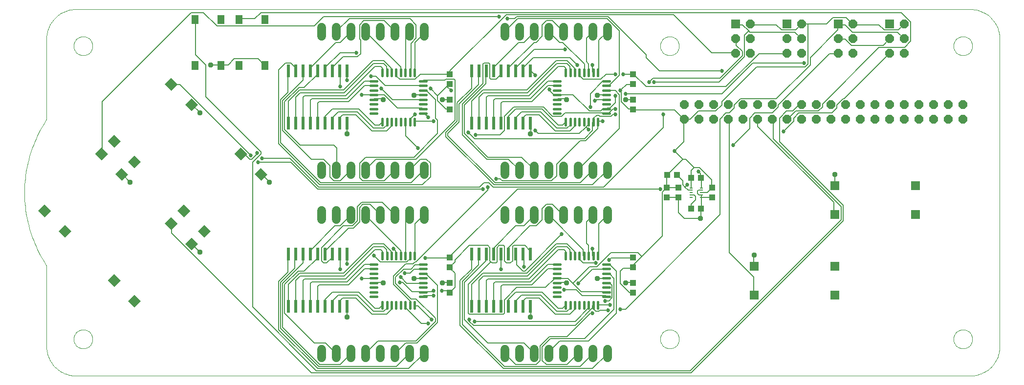
<source format=gtl>
G75*
%MOIN*%
%OFA0B0*%
%FSLAX24Y24*%
%IPPOS*%
%LPD*%
%AMOC8*
5,1,8,0,0,1.08239X$1,22.5*
%
%ADD10C,0.0000*%
%ADD11C,0.0010*%
%ADD12R,0.0610X0.0630*%
%ADD13R,0.0236X0.0089*%
%ADD14R,0.0394X0.0433*%
%ADD15R,0.0433X0.0394*%
%ADD16OC8,0.0600*%
%ADD17C,0.0160*%
%ADD18R,0.0236X0.0866*%
%ADD19R,0.0600X0.0600*%
%ADD20C,0.0591*%
%ADD21R,0.0512X0.0610*%
%ADD22C,0.0376*%
%ADD23C,0.0080*%
%ADD24C,0.0270*%
D10*
X003466Y002680D02*
X003468Y002730D01*
X003474Y002781D01*
X003484Y002830D01*
X003497Y002879D01*
X003515Y002926D01*
X003536Y002972D01*
X003561Y003016D01*
X003589Y003058D01*
X003620Y003098D01*
X003654Y003135D01*
X003691Y003169D01*
X003731Y003200D01*
X003773Y003228D01*
X003817Y003253D01*
X003863Y003274D01*
X003910Y003292D01*
X003959Y003305D01*
X004008Y003315D01*
X004059Y003321D01*
X004109Y003323D01*
X004159Y003321D01*
X004210Y003315D01*
X004259Y003305D01*
X004308Y003292D01*
X004355Y003274D01*
X004401Y003253D01*
X004445Y003228D01*
X004487Y003200D01*
X004527Y003169D01*
X004564Y003135D01*
X004598Y003098D01*
X004629Y003058D01*
X004657Y003016D01*
X004682Y002972D01*
X004703Y002926D01*
X004721Y002879D01*
X004734Y002830D01*
X004744Y002781D01*
X004750Y002730D01*
X004752Y002680D01*
X004750Y002630D01*
X004744Y002579D01*
X004734Y002530D01*
X004721Y002481D01*
X004703Y002434D01*
X004682Y002388D01*
X004657Y002344D01*
X004629Y002302D01*
X004598Y002262D01*
X004564Y002225D01*
X004527Y002191D01*
X004487Y002160D01*
X004445Y002132D01*
X004401Y002107D01*
X004355Y002086D01*
X004308Y002068D01*
X004259Y002055D01*
X004210Y002045D01*
X004159Y002039D01*
X004109Y002037D01*
X004059Y002039D01*
X004008Y002045D01*
X003959Y002055D01*
X003910Y002068D01*
X003863Y002086D01*
X003817Y002107D01*
X003773Y002132D01*
X003731Y002160D01*
X003691Y002191D01*
X003654Y002225D01*
X003620Y002262D01*
X003589Y002302D01*
X003561Y002344D01*
X003536Y002388D01*
X003515Y002434D01*
X003497Y002481D01*
X003484Y002530D01*
X003474Y002579D01*
X003468Y002630D01*
X003466Y002680D01*
X043466Y002680D02*
X043468Y002730D01*
X043474Y002781D01*
X043484Y002830D01*
X043497Y002879D01*
X043515Y002926D01*
X043536Y002972D01*
X043561Y003016D01*
X043589Y003058D01*
X043620Y003098D01*
X043654Y003135D01*
X043691Y003169D01*
X043731Y003200D01*
X043773Y003228D01*
X043817Y003253D01*
X043863Y003274D01*
X043910Y003292D01*
X043959Y003305D01*
X044008Y003315D01*
X044059Y003321D01*
X044109Y003323D01*
X044159Y003321D01*
X044210Y003315D01*
X044259Y003305D01*
X044308Y003292D01*
X044355Y003274D01*
X044401Y003253D01*
X044445Y003228D01*
X044487Y003200D01*
X044527Y003169D01*
X044564Y003135D01*
X044598Y003098D01*
X044629Y003058D01*
X044657Y003016D01*
X044682Y002972D01*
X044703Y002926D01*
X044721Y002879D01*
X044734Y002830D01*
X044744Y002781D01*
X044750Y002730D01*
X044752Y002680D01*
X044750Y002630D01*
X044744Y002579D01*
X044734Y002530D01*
X044721Y002481D01*
X044703Y002434D01*
X044682Y002388D01*
X044657Y002344D01*
X044629Y002302D01*
X044598Y002262D01*
X044564Y002225D01*
X044527Y002191D01*
X044487Y002160D01*
X044445Y002132D01*
X044401Y002107D01*
X044355Y002086D01*
X044308Y002068D01*
X044259Y002055D01*
X044210Y002045D01*
X044159Y002039D01*
X044109Y002037D01*
X044059Y002039D01*
X044008Y002045D01*
X043959Y002055D01*
X043910Y002068D01*
X043863Y002086D01*
X043817Y002107D01*
X043773Y002132D01*
X043731Y002160D01*
X043691Y002191D01*
X043654Y002225D01*
X043620Y002262D01*
X043589Y002302D01*
X043561Y002344D01*
X043536Y002388D01*
X043515Y002434D01*
X043497Y002481D01*
X043484Y002530D01*
X043474Y002579D01*
X043468Y002630D01*
X043466Y002680D01*
X063466Y002680D02*
X063468Y002730D01*
X063474Y002781D01*
X063484Y002830D01*
X063497Y002879D01*
X063515Y002926D01*
X063536Y002972D01*
X063561Y003016D01*
X063589Y003058D01*
X063620Y003098D01*
X063654Y003135D01*
X063691Y003169D01*
X063731Y003200D01*
X063773Y003228D01*
X063817Y003253D01*
X063863Y003274D01*
X063910Y003292D01*
X063959Y003305D01*
X064008Y003315D01*
X064059Y003321D01*
X064109Y003323D01*
X064159Y003321D01*
X064210Y003315D01*
X064259Y003305D01*
X064308Y003292D01*
X064355Y003274D01*
X064401Y003253D01*
X064445Y003228D01*
X064487Y003200D01*
X064527Y003169D01*
X064564Y003135D01*
X064598Y003098D01*
X064629Y003058D01*
X064657Y003016D01*
X064682Y002972D01*
X064703Y002926D01*
X064721Y002879D01*
X064734Y002830D01*
X064744Y002781D01*
X064750Y002730D01*
X064752Y002680D01*
X064750Y002630D01*
X064744Y002579D01*
X064734Y002530D01*
X064721Y002481D01*
X064703Y002434D01*
X064682Y002388D01*
X064657Y002344D01*
X064629Y002302D01*
X064598Y002262D01*
X064564Y002225D01*
X064527Y002191D01*
X064487Y002160D01*
X064445Y002132D01*
X064401Y002107D01*
X064355Y002086D01*
X064308Y002068D01*
X064259Y002055D01*
X064210Y002045D01*
X064159Y002039D01*
X064109Y002037D01*
X064059Y002039D01*
X064008Y002045D01*
X063959Y002055D01*
X063910Y002068D01*
X063863Y002086D01*
X063817Y002107D01*
X063773Y002132D01*
X063731Y002160D01*
X063691Y002191D01*
X063654Y002225D01*
X063620Y002262D01*
X063589Y002302D01*
X063561Y002344D01*
X063536Y002388D01*
X063515Y002434D01*
X063497Y002481D01*
X063484Y002530D01*
X063474Y002579D01*
X063468Y002630D01*
X063466Y002680D01*
X063466Y022680D02*
X063468Y022730D01*
X063474Y022781D01*
X063484Y022830D01*
X063497Y022879D01*
X063515Y022926D01*
X063536Y022972D01*
X063561Y023016D01*
X063589Y023058D01*
X063620Y023098D01*
X063654Y023135D01*
X063691Y023169D01*
X063731Y023200D01*
X063773Y023228D01*
X063817Y023253D01*
X063863Y023274D01*
X063910Y023292D01*
X063959Y023305D01*
X064008Y023315D01*
X064059Y023321D01*
X064109Y023323D01*
X064159Y023321D01*
X064210Y023315D01*
X064259Y023305D01*
X064308Y023292D01*
X064355Y023274D01*
X064401Y023253D01*
X064445Y023228D01*
X064487Y023200D01*
X064527Y023169D01*
X064564Y023135D01*
X064598Y023098D01*
X064629Y023058D01*
X064657Y023016D01*
X064682Y022972D01*
X064703Y022926D01*
X064721Y022879D01*
X064734Y022830D01*
X064744Y022781D01*
X064750Y022730D01*
X064752Y022680D01*
X064750Y022630D01*
X064744Y022579D01*
X064734Y022530D01*
X064721Y022481D01*
X064703Y022434D01*
X064682Y022388D01*
X064657Y022344D01*
X064629Y022302D01*
X064598Y022262D01*
X064564Y022225D01*
X064527Y022191D01*
X064487Y022160D01*
X064445Y022132D01*
X064401Y022107D01*
X064355Y022086D01*
X064308Y022068D01*
X064259Y022055D01*
X064210Y022045D01*
X064159Y022039D01*
X064109Y022037D01*
X064059Y022039D01*
X064008Y022045D01*
X063959Y022055D01*
X063910Y022068D01*
X063863Y022086D01*
X063817Y022107D01*
X063773Y022132D01*
X063731Y022160D01*
X063691Y022191D01*
X063654Y022225D01*
X063620Y022262D01*
X063589Y022302D01*
X063561Y022344D01*
X063536Y022388D01*
X063515Y022434D01*
X063497Y022481D01*
X063484Y022530D01*
X063474Y022579D01*
X063468Y022630D01*
X063466Y022680D01*
X043466Y022680D02*
X043468Y022730D01*
X043474Y022781D01*
X043484Y022830D01*
X043497Y022879D01*
X043515Y022926D01*
X043536Y022972D01*
X043561Y023016D01*
X043589Y023058D01*
X043620Y023098D01*
X043654Y023135D01*
X043691Y023169D01*
X043731Y023200D01*
X043773Y023228D01*
X043817Y023253D01*
X043863Y023274D01*
X043910Y023292D01*
X043959Y023305D01*
X044008Y023315D01*
X044059Y023321D01*
X044109Y023323D01*
X044159Y023321D01*
X044210Y023315D01*
X044259Y023305D01*
X044308Y023292D01*
X044355Y023274D01*
X044401Y023253D01*
X044445Y023228D01*
X044487Y023200D01*
X044527Y023169D01*
X044564Y023135D01*
X044598Y023098D01*
X044629Y023058D01*
X044657Y023016D01*
X044682Y022972D01*
X044703Y022926D01*
X044721Y022879D01*
X044734Y022830D01*
X044744Y022781D01*
X044750Y022730D01*
X044752Y022680D01*
X044750Y022630D01*
X044744Y022579D01*
X044734Y022530D01*
X044721Y022481D01*
X044703Y022434D01*
X044682Y022388D01*
X044657Y022344D01*
X044629Y022302D01*
X044598Y022262D01*
X044564Y022225D01*
X044527Y022191D01*
X044487Y022160D01*
X044445Y022132D01*
X044401Y022107D01*
X044355Y022086D01*
X044308Y022068D01*
X044259Y022055D01*
X044210Y022045D01*
X044159Y022039D01*
X044109Y022037D01*
X044059Y022039D01*
X044008Y022045D01*
X043959Y022055D01*
X043910Y022068D01*
X043863Y022086D01*
X043817Y022107D01*
X043773Y022132D01*
X043731Y022160D01*
X043691Y022191D01*
X043654Y022225D01*
X043620Y022262D01*
X043589Y022302D01*
X043561Y022344D01*
X043536Y022388D01*
X043515Y022434D01*
X043497Y022481D01*
X043484Y022530D01*
X043474Y022579D01*
X043468Y022630D01*
X043466Y022680D01*
X003466Y022680D02*
X003468Y022730D01*
X003474Y022781D01*
X003484Y022830D01*
X003497Y022879D01*
X003515Y022926D01*
X003536Y022972D01*
X003561Y023016D01*
X003589Y023058D01*
X003620Y023098D01*
X003654Y023135D01*
X003691Y023169D01*
X003731Y023200D01*
X003773Y023228D01*
X003817Y023253D01*
X003863Y023274D01*
X003910Y023292D01*
X003959Y023305D01*
X004008Y023315D01*
X004059Y023321D01*
X004109Y023323D01*
X004159Y023321D01*
X004210Y023315D01*
X004259Y023305D01*
X004308Y023292D01*
X004355Y023274D01*
X004401Y023253D01*
X004445Y023228D01*
X004487Y023200D01*
X004527Y023169D01*
X004564Y023135D01*
X004598Y023098D01*
X004629Y023058D01*
X004657Y023016D01*
X004682Y022972D01*
X004703Y022926D01*
X004721Y022879D01*
X004734Y022830D01*
X004744Y022781D01*
X004750Y022730D01*
X004752Y022680D01*
X004750Y022630D01*
X004744Y022579D01*
X004734Y022530D01*
X004721Y022481D01*
X004703Y022434D01*
X004682Y022388D01*
X004657Y022344D01*
X004629Y022302D01*
X004598Y022262D01*
X004564Y022225D01*
X004527Y022191D01*
X004487Y022160D01*
X004445Y022132D01*
X004401Y022107D01*
X004355Y022086D01*
X004308Y022068D01*
X004259Y022055D01*
X004210Y022045D01*
X004159Y022039D01*
X004109Y022037D01*
X004059Y022039D01*
X004008Y022045D01*
X003959Y022055D01*
X003910Y022068D01*
X003863Y022086D01*
X003817Y022107D01*
X003773Y022132D01*
X003731Y022160D01*
X003691Y022191D01*
X003654Y022225D01*
X003620Y022262D01*
X003589Y022302D01*
X003561Y022344D01*
X003536Y022388D01*
X003515Y022434D01*
X003497Y022481D01*
X003484Y022530D01*
X003474Y022579D01*
X003468Y022630D01*
X003466Y022680D01*
D11*
X003609Y000180D02*
X064609Y000180D01*
X064696Y000182D01*
X064783Y000188D01*
X064870Y000197D01*
X064956Y000210D01*
X065042Y000227D01*
X065127Y000248D01*
X065210Y000273D01*
X065293Y000301D01*
X065374Y000332D01*
X065454Y000367D01*
X065532Y000406D01*
X065609Y000448D01*
X065684Y000493D01*
X065756Y000542D01*
X065827Y000593D01*
X065895Y000648D01*
X065960Y000705D01*
X066023Y000766D01*
X066084Y000829D01*
X066141Y000894D01*
X066196Y000962D01*
X066247Y001033D01*
X066296Y001105D01*
X066341Y001180D01*
X066383Y001257D01*
X066422Y001335D01*
X066457Y001415D01*
X066488Y001496D01*
X066516Y001579D01*
X066541Y001662D01*
X066562Y001747D01*
X066579Y001833D01*
X066592Y001919D01*
X066601Y002006D01*
X066607Y002093D01*
X066609Y002180D01*
X066609Y023180D01*
X066607Y023267D01*
X066601Y023354D01*
X066592Y023441D01*
X066579Y023527D01*
X066562Y023613D01*
X066541Y023698D01*
X066516Y023781D01*
X066488Y023864D01*
X066457Y023945D01*
X066422Y024025D01*
X066383Y024103D01*
X066341Y024180D01*
X066296Y024255D01*
X066247Y024327D01*
X066196Y024398D01*
X066141Y024466D01*
X066084Y024531D01*
X066023Y024594D01*
X065960Y024655D01*
X065895Y024712D01*
X065827Y024767D01*
X065756Y024818D01*
X065684Y024867D01*
X065609Y024912D01*
X065532Y024954D01*
X065454Y024993D01*
X065374Y025028D01*
X065293Y025059D01*
X065210Y025087D01*
X065127Y025112D01*
X065042Y025133D01*
X064956Y025150D01*
X064870Y025163D01*
X064783Y025172D01*
X064696Y025178D01*
X064609Y025180D01*
X003609Y025180D01*
X003522Y025178D01*
X003435Y025172D01*
X003348Y025163D01*
X003262Y025150D01*
X003176Y025133D01*
X003091Y025112D01*
X003008Y025087D01*
X002925Y025059D01*
X002844Y025028D01*
X002764Y024993D01*
X002686Y024954D01*
X002609Y024912D01*
X002534Y024867D01*
X002462Y024818D01*
X002391Y024767D01*
X002323Y024712D01*
X002258Y024655D01*
X002195Y024594D01*
X002134Y024531D01*
X002077Y024466D01*
X002022Y024398D01*
X001971Y024327D01*
X001922Y024255D01*
X001877Y024180D01*
X001835Y024103D01*
X001796Y024025D01*
X001761Y023945D01*
X001730Y023864D01*
X001702Y023781D01*
X001677Y023698D01*
X001656Y023613D01*
X001639Y023527D01*
X001626Y023441D01*
X001617Y023354D01*
X001611Y023267D01*
X001609Y023180D01*
X001609Y017680D01*
X001388Y017310D01*
X001279Y017124D01*
X001174Y016935D01*
X001074Y016743D01*
X000979Y016549D01*
X000888Y016353D01*
X000803Y016154D01*
X000722Y015954D01*
X000645Y015751D01*
X000574Y015547D01*
X000508Y015342D01*
X000446Y015134D01*
X000390Y014926D01*
X000338Y014716D01*
X000292Y014505D01*
X000251Y014293D01*
X000214Y014079D01*
X000183Y013865D01*
X000158Y013651D01*
X000137Y013436D01*
X000121Y013220D01*
X000111Y013004D01*
X000106Y012788D01*
X000106Y012572D01*
X000111Y012356D01*
X000121Y012140D01*
X000137Y011924D01*
X000158Y011709D01*
X000183Y011495D01*
X000214Y011281D01*
X000251Y011067D01*
X000292Y010855D01*
X000338Y010644D01*
X000390Y010434D01*
X000446Y010226D01*
X000508Y010018D01*
X000574Y009813D01*
X000645Y009609D01*
X000722Y009406D01*
X000803Y009206D01*
X000888Y009007D01*
X000979Y008811D01*
X001074Y008617D01*
X001174Y008425D01*
X001279Y008236D01*
X001388Y008050D01*
X001609Y007680D01*
X001609Y002180D01*
X001611Y002093D01*
X001617Y002006D01*
X001626Y001919D01*
X001639Y001833D01*
X001656Y001747D01*
X001677Y001662D01*
X001702Y001579D01*
X001730Y001496D01*
X001761Y001415D01*
X001796Y001335D01*
X001835Y001257D01*
X001877Y001180D01*
X001922Y001105D01*
X001971Y001033D01*
X002022Y000962D01*
X002077Y000894D01*
X002134Y000829D01*
X002195Y000766D01*
X002258Y000705D01*
X002323Y000648D01*
X002391Y000593D01*
X002462Y000542D01*
X002534Y000493D01*
X002609Y000448D01*
X002686Y000406D01*
X002764Y000367D01*
X002844Y000332D01*
X002925Y000301D01*
X003008Y000273D01*
X003091Y000248D01*
X003176Y000227D01*
X003262Y000210D01*
X003348Y000197D01*
X003435Y000188D01*
X003522Y000182D01*
X003609Y000180D01*
D12*
G36*
X008051Y005285D02*
X007620Y004854D01*
X007175Y005299D01*
X007606Y005730D01*
X008051Y005285D01*
G37*
G36*
X006660Y006677D02*
X006229Y006246D01*
X005784Y006691D01*
X006215Y007122D01*
X006660Y006677D01*
G37*
G36*
X011935Y009169D02*
X011504Y008738D01*
X011059Y009183D01*
X011490Y009614D01*
X011935Y009169D01*
G37*
G36*
X012801Y010035D02*
X012370Y009604D01*
X011925Y010049D01*
X012356Y010480D01*
X012801Y010035D01*
G37*
G36*
X010543Y010561D02*
X010112Y010130D01*
X009667Y010575D01*
X010098Y011006D01*
X010543Y010561D01*
G37*
G36*
X011410Y011427D02*
X010979Y010996D01*
X010534Y011441D01*
X010965Y011872D01*
X011410Y011427D01*
G37*
G36*
X007185Y013919D02*
X006754Y013488D01*
X006309Y013933D01*
X006740Y014364D01*
X007185Y013919D01*
G37*
G36*
X008051Y014785D02*
X007620Y014354D01*
X007175Y014799D01*
X007606Y015230D01*
X008051Y014785D01*
G37*
G36*
X005793Y015311D02*
X005362Y014880D01*
X004917Y015325D01*
X005348Y015756D01*
X005793Y015311D01*
G37*
G36*
X006660Y016177D02*
X006229Y015746D01*
X005784Y016191D01*
X006215Y016622D01*
X006660Y016177D01*
G37*
G36*
X011935Y018669D02*
X011504Y018238D01*
X011059Y018683D01*
X011490Y019114D01*
X011935Y018669D01*
G37*
G36*
X010543Y020061D02*
X010112Y019630D01*
X009667Y020075D01*
X010098Y020506D01*
X010543Y020061D01*
G37*
G36*
X015293Y015311D02*
X014862Y014880D01*
X014417Y015325D01*
X014848Y015756D01*
X015293Y015311D01*
G37*
G36*
X016685Y013919D02*
X016254Y013488D01*
X015809Y013933D01*
X016240Y014364D01*
X016685Y013919D01*
G37*
G36*
X003301Y010035D02*
X002870Y009604D01*
X002425Y010049D01*
X002856Y010480D01*
X003301Y010035D01*
G37*
G36*
X001910Y011427D02*
X001479Y010996D01*
X001034Y011441D01*
X001465Y011872D01*
X001910Y011427D01*
G37*
X049863Y007664D03*
X049863Y005696D03*
X055355Y005696D03*
X055355Y007664D03*
X055363Y011196D03*
X055363Y013164D03*
X060855Y013164D03*
X060855Y011196D03*
D13*
X046264Y012365D03*
X046264Y012523D03*
X046264Y012680D03*
X046264Y012837D03*
X046264Y012995D03*
X045555Y012995D03*
X045555Y012837D03*
X045555Y012680D03*
X045555Y012523D03*
X045555Y012365D03*
D14*
X044709Y012345D03*
X043909Y012345D03*
X043909Y013015D03*
X044709Y013015D03*
X045575Y013680D03*
X046244Y013680D03*
X047009Y013015D03*
X047009Y012345D03*
X044594Y013880D03*
X043925Y013880D03*
X041609Y018345D03*
X041609Y019015D03*
X029109Y019015D03*
X029109Y018345D03*
X029109Y006515D03*
X029109Y005845D03*
X041609Y005845D03*
X041609Y006515D03*
D15*
X041609Y007595D03*
X041609Y008265D03*
X045575Y011580D03*
X046244Y011580D03*
X029109Y008265D03*
X029109Y007595D03*
X029109Y020095D03*
X029109Y020765D03*
X041609Y020765D03*
X041609Y020095D03*
D16*
X045109Y018680D03*
X046109Y018680D03*
X047109Y018680D03*
X048109Y018680D03*
X049109Y018680D03*
X050109Y018680D03*
X051109Y018680D03*
X052109Y018680D03*
X053109Y018680D03*
X054109Y018680D03*
X055109Y018680D03*
X056109Y018680D03*
X057109Y018680D03*
X058109Y018680D03*
X059109Y018680D03*
X060109Y018680D03*
X061109Y018680D03*
X062109Y018680D03*
X063109Y018680D03*
X064109Y018680D03*
X064109Y017680D03*
X063109Y017680D03*
X062109Y017680D03*
X061109Y017680D03*
X060109Y017680D03*
X059109Y017680D03*
X058109Y017680D03*
X057109Y017680D03*
X056109Y017680D03*
X055109Y017680D03*
X054109Y017680D03*
X053109Y017680D03*
X052109Y017680D03*
X051109Y017680D03*
X050109Y017680D03*
X049109Y017680D03*
X048109Y017680D03*
X047109Y017680D03*
X046109Y017680D03*
X045109Y017680D03*
X048609Y022180D03*
X049609Y022180D03*
X049609Y023180D03*
X048609Y023180D03*
X049609Y024180D03*
X052109Y023180D03*
X053109Y023180D03*
X053109Y022180D03*
X052109Y022180D03*
X055609Y022180D03*
X056609Y022180D03*
X056609Y023180D03*
X055609Y023180D03*
X056609Y024180D03*
X059109Y023180D03*
X060109Y023180D03*
X060109Y022180D03*
X059109Y022180D03*
X060109Y024180D03*
X053109Y024180D03*
D17*
X039998Y020282D02*
X039568Y020282D01*
X039568Y019967D02*
X039998Y019967D01*
X039998Y019652D02*
X039568Y019652D01*
X039568Y019337D02*
X039998Y019337D01*
X039998Y019023D02*
X039568Y019023D01*
X039568Y018708D02*
X039998Y018708D01*
X039998Y018393D02*
X039568Y018393D01*
X039568Y018078D02*
X039998Y018078D01*
X039212Y017722D02*
X039212Y017292D01*
X038897Y017292D02*
X038897Y017722D01*
X038582Y017722D02*
X038582Y017292D01*
X038267Y017292D02*
X038267Y017722D01*
X037952Y017722D02*
X037952Y017292D01*
X037637Y017292D02*
X037637Y017722D01*
X037322Y017722D02*
X037322Y017292D01*
X037007Y017292D02*
X037007Y017722D01*
X036651Y018078D02*
X036221Y018078D01*
X036221Y018393D02*
X036651Y018393D01*
X036651Y018708D02*
X036221Y018708D01*
X036221Y019023D02*
X036651Y019023D01*
X036651Y019337D02*
X036221Y019337D01*
X036221Y019652D02*
X036651Y019652D01*
X036651Y019967D02*
X036221Y019967D01*
X036221Y020282D02*
X036651Y020282D01*
X037007Y020638D02*
X037007Y021068D01*
X037322Y021068D02*
X037322Y020638D01*
X037637Y020638D02*
X037637Y021068D01*
X037952Y021068D02*
X037952Y020638D01*
X038267Y020638D02*
X038267Y021068D01*
X038582Y021068D02*
X038582Y020638D01*
X038897Y020638D02*
X038897Y021068D01*
X039212Y021068D02*
X039212Y020638D01*
X027498Y020282D02*
X027068Y020282D01*
X027068Y019967D02*
X027498Y019967D01*
X027498Y019652D02*
X027068Y019652D01*
X027068Y019337D02*
X027498Y019337D01*
X027498Y019023D02*
X027068Y019023D01*
X027068Y018708D02*
X027498Y018708D01*
X027498Y018393D02*
X027068Y018393D01*
X027068Y018078D02*
X027498Y018078D01*
X026712Y017722D02*
X026712Y017292D01*
X026397Y017292D02*
X026397Y017722D01*
X026082Y017722D02*
X026082Y017292D01*
X025767Y017292D02*
X025767Y017722D01*
X025452Y017722D02*
X025452Y017292D01*
X025137Y017292D02*
X025137Y017722D01*
X024822Y017722D02*
X024822Y017292D01*
X024507Y017292D02*
X024507Y017722D01*
X024151Y018078D02*
X023721Y018078D01*
X023721Y018393D02*
X024151Y018393D01*
X024151Y018708D02*
X023721Y018708D01*
X023721Y019023D02*
X024151Y019023D01*
X024151Y019337D02*
X023721Y019337D01*
X023721Y019652D02*
X024151Y019652D01*
X024151Y019967D02*
X023721Y019967D01*
X023721Y020282D02*
X024151Y020282D01*
X024507Y020638D02*
X024507Y021068D01*
X024822Y021068D02*
X024822Y020638D01*
X025137Y020638D02*
X025137Y021068D01*
X025452Y021068D02*
X025452Y020638D01*
X025767Y020638D02*
X025767Y021068D01*
X026082Y021068D02*
X026082Y020638D01*
X026397Y020638D02*
X026397Y021068D01*
X026712Y021068D02*
X026712Y020638D01*
X026712Y008568D02*
X026712Y008138D01*
X026397Y008138D02*
X026397Y008568D01*
X026082Y008568D02*
X026082Y008138D01*
X025767Y008138D02*
X025767Y008568D01*
X025452Y008568D02*
X025452Y008138D01*
X025137Y008138D02*
X025137Y008568D01*
X024822Y008568D02*
X024822Y008138D01*
X024507Y008138D02*
X024507Y008568D01*
X024151Y007782D02*
X023721Y007782D01*
X023721Y007467D02*
X024151Y007467D01*
X024151Y007152D02*
X023721Y007152D01*
X023721Y006837D02*
X024151Y006837D01*
X024151Y006523D02*
X023721Y006523D01*
X023721Y006208D02*
X024151Y006208D01*
X024151Y005893D02*
X023721Y005893D01*
X023721Y005578D02*
X024151Y005578D01*
X024507Y005222D02*
X024507Y004792D01*
X024822Y004792D02*
X024822Y005222D01*
X025137Y005222D02*
X025137Y004792D01*
X025452Y004792D02*
X025452Y005222D01*
X025767Y005222D02*
X025767Y004792D01*
X026082Y004792D02*
X026082Y005222D01*
X026397Y005222D02*
X026397Y004792D01*
X026712Y004792D02*
X026712Y005222D01*
X027068Y005578D02*
X027498Y005578D01*
X027498Y005893D02*
X027068Y005893D01*
X027068Y006208D02*
X027498Y006208D01*
X027498Y006523D02*
X027068Y006523D01*
X027068Y006837D02*
X027498Y006837D01*
X027498Y007152D02*
X027068Y007152D01*
X027068Y007467D02*
X027498Y007467D01*
X027498Y007782D02*
X027068Y007782D01*
X036221Y007782D02*
X036651Y007782D01*
X036651Y007467D02*
X036221Y007467D01*
X036221Y007152D02*
X036651Y007152D01*
X036651Y006837D02*
X036221Y006837D01*
X036221Y006523D02*
X036651Y006523D01*
X036651Y006208D02*
X036221Y006208D01*
X036221Y005893D02*
X036651Y005893D01*
X036651Y005578D02*
X036221Y005578D01*
X037007Y005222D02*
X037007Y004792D01*
X037322Y004792D02*
X037322Y005222D01*
X037637Y005222D02*
X037637Y004792D01*
X037952Y004792D02*
X037952Y005222D01*
X038267Y005222D02*
X038267Y004792D01*
X038582Y004792D02*
X038582Y005222D01*
X038897Y005222D02*
X038897Y004792D01*
X039212Y004792D02*
X039212Y005222D01*
X039568Y005578D02*
X039998Y005578D01*
X039998Y005893D02*
X039568Y005893D01*
X039568Y006208D02*
X039998Y006208D01*
X039998Y006523D02*
X039568Y006523D01*
X039568Y006837D02*
X039998Y006837D01*
X039998Y007152D02*
X039568Y007152D01*
X039568Y007467D02*
X039998Y007467D01*
X039998Y007782D02*
X039568Y007782D01*
X039212Y008138D02*
X039212Y008568D01*
X038897Y008568D02*
X038897Y008138D01*
X038582Y008138D02*
X038582Y008568D01*
X038267Y008568D02*
X038267Y008138D01*
X037952Y008138D02*
X037952Y008568D01*
X037637Y008568D02*
X037637Y008138D01*
X037322Y008138D02*
X037322Y008568D01*
X037007Y008568D02*
X037007Y008138D01*
D18*
X034609Y008477D03*
X034109Y008477D03*
X033609Y008477D03*
X033109Y008477D03*
X032609Y008477D03*
X032109Y008477D03*
X031609Y008477D03*
X031109Y008477D03*
X030609Y008477D03*
X022109Y008477D03*
X021609Y008477D03*
X021109Y008477D03*
X020609Y008477D03*
X020109Y008477D03*
X019609Y008477D03*
X019109Y008477D03*
X018609Y008477D03*
X018109Y008477D03*
X018109Y004930D03*
X018609Y004930D03*
X019109Y004930D03*
X019609Y004930D03*
X020109Y004930D03*
X020609Y004930D03*
X021109Y004930D03*
X021609Y004930D03*
X022109Y004930D03*
X030609Y004930D03*
X031109Y004930D03*
X031609Y004930D03*
X032109Y004930D03*
X032609Y004930D03*
X033109Y004930D03*
X033609Y004930D03*
X034109Y004930D03*
X034609Y004930D03*
X034609Y017430D03*
X034109Y017430D03*
X033609Y017430D03*
X033109Y017430D03*
X032609Y017430D03*
X032109Y017430D03*
X031609Y017430D03*
X031109Y017430D03*
X030609Y017430D03*
X022109Y017430D03*
X021609Y017430D03*
X021109Y017430D03*
X020609Y017430D03*
X020109Y017430D03*
X019609Y017430D03*
X019109Y017430D03*
X018609Y017430D03*
X018109Y017430D03*
X018109Y020977D03*
X018609Y020977D03*
X019109Y020977D03*
X019609Y020977D03*
X020109Y020977D03*
X020609Y020977D03*
X021109Y020977D03*
X021609Y020977D03*
X022109Y020977D03*
X030609Y020977D03*
X031109Y020977D03*
X031609Y020977D03*
X032109Y020977D03*
X032609Y020977D03*
X033109Y020977D03*
X033609Y020977D03*
X034109Y020977D03*
X034609Y020977D03*
D19*
X048609Y024180D03*
X052109Y024180D03*
X055609Y024180D03*
X059109Y024180D03*
D20*
X039859Y023945D02*
X039859Y023355D01*
X038859Y023355D02*
X038859Y023945D01*
X037859Y023945D02*
X037859Y023355D01*
X036859Y023355D02*
X036859Y023945D01*
X035859Y023945D02*
X035859Y023355D01*
X034859Y023355D02*
X034859Y023945D01*
X033859Y023945D02*
X033859Y023355D01*
X032859Y023355D02*
X032859Y023945D01*
X027359Y023945D02*
X027359Y023355D01*
X026359Y023355D02*
X026359Y023945D01*
X025359Y023945D02*
X025359Y023355D01*
X024359Y023355D02*
X024359Y023945D01*
X023359Y023945D02*
X023359Y023355D01*
X022359Y023355D02*
X022359Y023945D01*
X021359Y023945D02*
X021359Y023355D01*
X020359Y023355D02*
X020359Y023945D01*
X020359Y014495D02*
X020359Y013905D01*
X021359Y013905D02*
X021359Y014495D01*
X022359Y014495D02*
X022359Y013905D01*
X023359Y013905D02*
X023359Y014495D01*
X024359Y014495D02*
X024359Y013905D01*
X025359Y013905D02*
X025359Y014495D01*
X026359Y014495D02*
X026359Y013905D01*
X027359Y013905D02*
X027359Y014495D01*
X032859Y014495D02*
X032859Y013905D01*
X033859Y013905D02*
X033859Y014495D01*
X034859Y014495D02*
X034859Y013905D01*
X035859Y013905D02*
X035859Y014495D01*
X036859Y014495D02*
X036859Y013905D01*
X037859Y013905D02*
X037859Y014495D01*
X038859Y014495D02*
X038859Y013905D01*
X039859Y013905D02*
X039859Y014495D01*
X039859Y011445D02*
X039859Y010855D01*
X038859Y010855D02*
X038859Y011445D01*
X037859Y011445D02*
X037859Y010855D01*
X036859Y010855D02*
X036859Y011445D01*
X035859Y011445D02*
X035859Y010855D01*
X034859Y010855D02*
X034859Y011445D01*
X033859Y011445D02*
X033859Y010855D01*
X032859Y010855D02*
X032859Y011445D01*
X027359Y011445D02*
X027359Y010855D01*
X026359Y010855D02*
X026359Y011445D01*
X025359Y011445D02*
X025359Y010855D01*
X024359Y010855D02*
X024359Y011445D01*
X023359Y011445D02*
X023359Y010855D01*
X022359Y010855D02*
X022359Y011445D01*
X021359Y011445D02*
X021359Y010855D01*
X020359Y010855D02*
X020359Y011445D01*
X020359Y001995D02*
X020359Y001405D01*
X021359Y001405D02*
X021359Y001995D01*
X022359Y001995D02*
X022359Y001405D01*
X023359Y001405D02*
X023359Y001995D01*
X024359Y001995D02*
X024359Y001405D01*
X025359Y001405D02*
X025359Y001995D01*
X026359Y001995D02*
X026359Y001405D01*
X027359Y001405D02*
X027359Y001995D01*
X032859Y001995D02*
X032859Y001405D01*
X033859Y001405D02*
X033859Y001995D01*
X034859Y001995D02*
X034859Y001405D01*
X035859Y001405D02*
X035859Y001995D01*
X036859Y001995D02*
X036859Y001405D01*
X037859Y001405D02*
X037859Y001995D01*
X038859Y001995D02*
X038859Y001405D01*
X039859Y001405D02*
X039859Y001995D01*
D21*
X016495Y021365D03*
X014723Y021365D03*
X013495Y021365D03*
X011723Y021365D03*
X011723Y024495D03*
X013495Y024495D03*
X014723Y024495D03*
X016495Y024495D03*
D22*
X012809Y021380D03*
X012059Y018130D03*
X022109Y016680D03*
X024559Y019030D03*
X026659Y019330D03*
X028609Y019030D03*
X034609Y016680D03*
X037059Y019030D03*
X039159Y019330D03*
X041109Y019030D03*
X055359Y013930D03*
X046209Y010930D03*
X049859Y008430D03*
X041109Y006530D03*
X039159Y006830D03*
X037059Y006530D03*
X034609Y004180D03*
X028609Y006530D03*
X026659Y006830D03*
X024559Y006530D03*
X022109Y004180D03*
X012059Y008630D03*
X007309Y013380D03*
X016809Y013380D03*
D23*
X016799Y013410D01*
X016309Y013900D01*
X016247Y013926D01*
X016029Y014740D02*
X018269Y014740D01*
X020089Y012920D01*
X031359Y012920D01*
X031149Y013060D02*
X031429Y013340D01*
X031779Y013340D01*
X032059Y013060D01*
X039619Y013060D01*
X043679Y017120D01*
X043679Y018030D01*
X044449Y018310D02*
X045079Y017680D01*
X045109Y017680D01*
X045499Y017680D01*
X046059Y018240D01*
X047249Y018240D01*
X047669Y018660D01*
X047669Y018870D01*
X050049Y021250D01*
X053339Y021250D01*
X053549Y021460D01*
X053549Y024190D01*
X053129Y024190D01*
X053109Y024180D01*
X053059Y024120D01*
X052709Y023770D01*
X051729Y023770D01*
X051379Y024120D01*
X049629Y024120D01*
X049609Y024180D01*
X049489Y023700D02*
X049069Y024120D01*
X048649Y024120D01*
X048609Y024180D01*
X049209Y023420D02*
X049489Y023700D01*
X049559Y023630D01*
X052639Y023630D01*
X053059Y023210D01*
X053109Y023180D01*
X053549Y024190D02*
X054809Y024190D01*
X055229Y024610D01*
X056139Y024610D01*
X056559Y024190D01*
X056609Y024180D01*
X056629Y024120D01*
X058379Y024120D01*
X058729Y023770D01*
X059709Y023770D01*
X060059Y024120D01*
X060109Y024180D01*
X060549Y024330D02*
X060549Y023000D01*
X060129Y022580D01*
X058379Y022580D01*
X054529Y018730D01*
X054529Y018520D01*
X054249Y018240D01*
X052709Y018240D01*
X052149Y017680D01*
X052109Y017680D01*
X052569Y017750D02*
X052569Y017540D01*
X051869Y016840D01*
X051169Y016350D02*
X051169Y017680D01*
X051109Y017680D01*
X051589Y017750D02*
X052079Y018240D01*
X052499Y018240D01*
X052919Y018660D01*
X053059Y018660D01*
X053109Y018680D01*
X052919Y018100D02*
X052569Y017750D01*
X051589Y017750D02*
X051589Y016140D01*
X055929Y011800D01*
X055929Y010750D01*
X045569Y000390D01*
X019669Y000390D01*
X010149Y009910D01*
X010149Y010540D01*
X010105Y010568D01*
X011497Y009176D02*
X011549Y009140D01*
X012059Y008630D01*
X017429Y006620D02*
X017429Y003330D01*
X020089Y000670D01*
X026319Y000670D01*
X027299Y001650D01*
X027359Y001700D01*
X026359Y001700D02*
X026319Y001650D01*
X025479Y000810D01*
X020159Y000810D01*
X017569Y003400D01*
X017569Y006550D01*
X018549Y007530D01*
X018549Y008440D01*
X018609Y008477D01*
X018109Y008477D02*
X018059Y008440D01*
X018059Y007250D01*
X017429Y006620D01*
X017709Y006480D02*
X017709Y003470D01*
X020229Y000950D01*
X021629Y000950D01*
X022329Y001650D01*
X022359Y001700D01*
X021359Y001700D02*
X021349Y001720D01*
X020649Y002420D01*
X019879Y002420D01*
X017849Y004450D01*
X017849Y006410D01*
X018759Y007320D01*
X019179Y007320D01*
X020089Y008230D01*
X020089Y008440D01*
X020109Y008477D01*
X019669Y008510D02*
X019669Y008790D01*
X021279Y010400D01*
X021629Y010400D01*
X022329Y011100D01*
X022359Y011150D01*
X022819Y010750D02*
X022819Y011730D01*
X023099Y012010D01*
X024499Y012010D01*
X025359Y011150D01*
X026109Y010890D02*
X026319Y011100D01*
X026359Y011150D01*
X026109Y010890D02*
X026109Y008370D01*
X026082Y008353D01*
X026389Y008300D02*
X026397Y008353D01*
X026389Y008300D02*
X026389Y008160D01*
X026179Y007950D01*
X024359Y007950D01*
X023939Y008370D01*
X024009Y008780D02*
X024409Y008780D01*
X024509Y008680D01*
X024509Y008356D01*
X024507Y008353D01*
X024809Y008366D02*
X024822Y008353D01*
X024809Y008366D02*
X024809Y008780D01*
X024609Y008980D01*
X023909Y008980D01*
X021909Y006980D01*
X018909Y006980D01*
X018609Y006680D01*
X018609Y004930D01*
X018109Y004930D02*
X018109Y006430D01*
X018859Y007180D01*
X021859Y007180D01*
X023859Y009180D01*
X024609Y009180D01*
X025109Y008680D01*
X025109Y008381D01*
X025137Y008353D01*
X025409Y008370D02*
X025452Y008353D01*
X025409Y008370D02*
X025409Y008720D01*
X025269Y008860D01*
X025759Y008720D02*
X025759Y008370D01*
X025767Y008353D01*
X025759Y008720D02*
X023379Y011100D01*
X023359Y011150D01*
X022959Y010680D02*
X022959Y011660D01*
X023169Y011870D01*
X023659Y011870D01*
X024359Y011170D01*
X024359Y011150D01*
X022959Y010680D02*
X022539Y010260D01*
X022189Y010260D01*
X020649Y008720D01*
X020649Y008510D01*
X020609Y008477D01*
X021069Y008440D02*
X021069Y008230D01*
X020719Y007880D01*
X020509Y007880D01*
X020369Y008020D01*
X020369Y008930D01*
X021839Y010400D01*
X022469Y010400D01*
X022819Y010750D01*
X026739Y010540D02*
X027299Y011100D01*
X027359Y011150D01*
X026739Y010540D02*
X026739Y008370D01*
X026712Y008353D01*
X026739Y007950D02*
X026809Y007950D01*
X031709Y012850D01*
X031709Y013060D01*
X032129Y013200D02*
X038849Y013200D01*
X039829Y014180D01*
X039859Y014200D01*
X038859Y014200D02*
X038849Y014180D01*
X038009Y013340D01*
X032199Y013340D01*
X028979Y016560D01*
X028979Y016700D01*
X029749Y017470D01*
X029749Y018730D01*
X031079Y020060D01*
X031079Y020970D01*
X031109Y020977D01*
X031569Y020970D02*
X031609Y020977D01*
X031569Y020970D02*
X031569Y020130D01*
X030099Y018660D01*
X030099Y016700D01*
X031709Y015090D01*
X034019Y015090D01*
X034859Y014250D01*
X034859Y014200D01*
X033859Y014200D02*
X033109Y014950D01*
X031639Y014950D01*
X029959Y016630D01*
X029959Y018730D01*
X031359Y020130D01*
X031359Y021460D01*
X031429Y021530D01*
X031779Y021530D01*
X031849Y021460D01*
X031849Y020480D01*
X031919Y020410D01*
X032269Y020410D01*
X032549Y020690D01*
X032549Y020970D01*
X032609Y020977D01*
X032129Y021040D02*
X032109Y020977D01*
X032129Y021040D02*
X032129Y021250D01*
X033809Y022930D01*
X034159Y022930D01*
X034859Y023630D01*
X034859Y023650D01*
X035419Y023350D02*
X035419Y024120D01*
X035699Y024400D01*
X036119Y024400D01*
X036819Y023700D01*
X036859Y023650D01*
X036609Y022930D02*
X035909Y023630D01*
X035859Y023650D01*
X035419Y023350D02*
X034999Y022930D01*
X034859Y022930D01*
X033109Y021180D01*
X033109Y020977D01*
X033609Y020977D02*
X033669Y021040D01*
X033669Y021250D01*
X034859Y022440D01*
X036959Y022440D01*
X036819Y022930D02*
X036609Y022930D01*
X036819Y022930D02*
X038289Y021460D01*
X038289Y020900D01*
X038267Y020853D01*
X038009Y020830D02*
X038009Y020620D01*
X038219Y020410D01*
X039409Y020410D01*
X039759Y020760D01*
X040389Y020760D01*
X040669Y020690D02*
X040669Y023700D01*
X039829Y024540D01*
X033739Y024540D01*
X032899Y023700D01*
X032859Y023650D01*
X033039Y024540D02*
X033529Y024540D01*
X033669Y024680D01*
X039899Y024680D01*
X042489Y022090D01*
X042489Y021880D01*
X043399Y020970D01*
X047669Y020970D01*
X047529Y020480D02*
X042979Y020480D01*
X042699Y020200D01*
X042489Y019920D02*
X041649Y020760D01*
X041609Y020765D01*
X041579Y020760D01*
X040949Y020760D01*
X040669Y020690D02*
X039969Y019990D01*
X039829Y019990D01*
X039783Y019967D01*
X039759Y020270D02*
X039783Y020282D01*
X039759Y020270D02*
X039549Y020270D01*
X038709Y019430D01*
X038709Y018520D01*
X038989Y018940D02*
X039059Y019010D01*
X039759Y019010D01*
X039783Y019023D01*
X039783Y019337D02*
X039759Y019360D01*
X039199Y019360D01*
X039159Y019330D01*
X039783Y019652D02*
X039829Y019640D01*
X040389Y019640D01*
X040669Y019360D01*
X040669Y017050D01*
X037869Y014250D01*
X037859Y014200D01*
X036399Y013830D02*
X036049Y013480D01*
X032689Y013480D01*
X032549Y013620D01*
X032269Y013620D01*
X032129Y013200D02*
X028839Y016490D01*
X028839Y016770D01*
X029609Y017540D01*
X029609Y018800D01*
X030589Y019780D01*
X030589Y020970D01*
X030609Y020977D01*
X029469Y020340D02*
X029469Y017610D01*
X026809Y014950D01*
X024079Y014950D01*
X023379Y014250D01*
X023359Y014200D01*
X022959Y014670D02*
X022959Y013690D01*
X023169Y013480D01*
X024639Y013480D01*
X025359Y014200D01*
X026359Y014200D02*
X026389Y014250D01*
X027089Y014950D01*
X027509Y014950D01*
X027789Y014670D01*
X027789Y013760D01*
X027229Y013200D01*
X020229Y013200D01*
X017429Y016000D01*
X017429Y021040D01*
X017919Y021530D01*
X018269Y021530D01*
X018549Y021250D01*
X018549Y021040D01*
X018609Y020977D01*
X018109Y020977D02*
X018059Y020970D01*
X018059Y019500D01*
X017569Y019010D01*
X017569Y016070D01*
X020299Y013340D01*
X026459Y013340D01*
X027299Y014180D01*
X027359Y014200D01*
X026669Y015090D02*
X023379Y015090D01*
X022959Y014670D01*
X022359Y014200D02*
X022329Y014180D01*
X021629Y013480D01*
X021209Y013480D01*
X020929Y013760D01*
X020929Y014530D01*
X020509Y014950D01*
X019669Y014950D01*
X017709Y016910D01*
X017709Y018940D01*
X019109Y020340D01*
X019109Y020977D01*
X019609Y020977D02*
X019669Y021040D01*
X019669Y021250D01*
X021349Y022930D01*
X021629Y022930D01*
X022329Y023630D01*
X022359Y023650D01*
X022259Y024540D02*
X021419Y023700D01*
X021359Y023650D01*
X022959Y024120D02*
X022959Y023140D01*
X023029Y023070D01*
X023029Y022160D01*
X022819Y021950D01*
X021839Y021950D01*
X021139Y021250D01*
X021139Y021040D01*
X021109Y020977D01*
X020649Y021040D02*
X020649Y021250D01*
X021629Y022230D01*
X022749Y022230D01*
X023859Y021680D02*
X024609Y021680D01*
X025109Y021180D01*
X025109Y020881D01*
X025137Y020853D01*
X025452Y020853D02*
X025479Y020830D01*
X025479Y020620D01*
X025689Y020410D01*
X026739Y020410D01*
X027089Y020760D01*
X029049Y020760D01*
X029109Y020765D01*
X029119Y020830D01*
X029119Y020970D01*
X032969Y024820D01*
X044379Y024820D01*
X046969Y022230D01*
X048579Y022230D01*
X048609Y022180D01*
X049069Y022300D02*
X049069Y022020D01*
X047529Y020480D01*
X047459Y020200D02*
X043049Y020200D01*
X042489Y019920D02*
X047949Y019920D01*
X050189Y022160D01*
X052079Y022160D01*
X052109Y022180D01*
X053689Y021880D02*
X053689Y021390D01*
X051379Y019080D01*
X048929Y019080D01*
X048509Y018660D01*
X048509Y018450D01*
X048159Y018100D01*
X047949Y018100D01*
X047529Y017680D01*
X047529Y011170D01*
X041089Y004730D01*
X040739Y004730D01*
X040459Y004450D02*
X038569Y002560D01*
X036609Y002560D01*
X035909Y001860D01*
X035909Y001720D01*
X035859Y001700D01*
X034859Y001720D02*
X034859Y001700D01*
X034859Y001720D02*
X034159Y002420D01*
X031709Y002420D01*
X030099Y004030D01*
X030099Y006550D01*
X031569Y008020D01*
X031569Y008440D01*
X031609Y008477D01*
X031109Y008477D02*
X031079Y008440D01*
X031079Y007740D01*
X029959Y006620D01*
X029959Y003680D01*
X032829Y000810D01*
X038009Y000810D01*
X038849Y001650D01*
X038859Y001700D01*
X039829Y001650D02*
X039859Y001700D01*
X039829Y001650D02*
X038849Y000670D01*
X032759Y000670D01*
X029819Y003610D01*
X029819Y006690D01*
X030589Y007460D01*
X030589Y008440D01*
X030609Y008477D01*
X030449Y009070D02*
X029469Y008090D01*
X029469Y007950D01*
X029119Y007600D01*
X029109Y007595D01*
X029119Y007530D01*
X029469Y007180D01*
X029469Y006200D01*
X029119Y005850D01*
X029109Y005845D01*
X029049Y005850D01*
X028909Y005990D01*
X028559Y005990D01*
X027999Y005990D02*
X027929Y005920D01*
X027299Y005920D01*
X027283Y005893D01*
X027229Y005920D01*
X026529Y005920D01*
X025899Y006550D01*
X025689Y006550D01*
X025409Y006480D02*
X026459Y005430D01*
X026809Y005430D01*
X028139Y004100D01*
X028139Y003890D01*
X026809Y002560D01*
X024219Y002560D01*
X023359Y001700D01*
X025359Y001700D02*
X025409Y001720D01*
X026109Y002420D01*
X026879Y002420D01*
X028279Y003820D01*
X028279Y006340D01*
X027509Y007110D01*
X027299Y007110D01*
X027283Y007152D01*
X027229Y007460D02*
X026669Y007460D01*
X026389Y007180D01*
X026039Y007180D01*
X025969Y007460D02*
X025409Y006900D01*
X025409Y006480D01*
X025269Y006410D02*
X025269Y006970D01*
X026109Y007810D01*
X026599Y007810D01*
X026739Y007950D01*
X026739Y007740D02*
X026459Y007460D01*
X025969Y007460D01*
X025759Y006900D02*
X026179Y006480D01*
X027229Y006480D01*
X027283Y006523D01*
X027229Y006830D02*
X026659Y006830D01*
X027229Y006830D02*
X027283Y006837D01*
X028609Y006530D02*
X028629Y006550D01*
X029049Y006550D01*
X029109Y006515D01*
X030379Y006410D02*
X030379Y004450D01*
X030449Y004380D01*
X032759Y004380D01*
X032829Y004450D01*
X032829Y005360D01*
X033669Y006200D01*
X035629Y006200D01*
X036259Y006830D01*
X036399Y006830D01*
X036436Y006837D01*
X036469Y006830D01*
X037169Y006830D01*
X037519Y006480D01*
X038639Y007600D01*
X039129Y007600D01*
X040109Y008580D01*
X041929Y008580D01*
X042209Y008300D01*
X041649Y007740D01*
X041649Y007600D01*
X041609Y007595D01*
X041579Y007530D01*
X040949Y007530D01*
X040739Y007320D01*
X040739Y006480D01*
X041369Y005850D01*
X041579Y005850D01*
X041609Y005845D01*
X041609Y006515D02*
X041579Y006550D01*
X041159Y006550D01*
X041109Y006530D01*
X040319Y006830D02*
X040319Y004730D01*
X038289Y002700D01*
X035979Y002700D01*
X035419Y002140D01*
X035419Y001230D01*
X035699Y000950D01*
X037099Y000950D01*
X037799Y001650D01*
X037859Y001700D01*
X035909Y002840D02*
X035279Y002210D01*
X035279Y001230D01*
X034999Y000950D01*
X033599Y000950D01*
X032899Y001650D01*
X032859Y001700D01*
X035909Y002840D02*
X037099Y002840D01*
X038709Y004450D01*
X038849Y004450D01*
X039059Y004590D02*
X038849Y004800D01*
X038897Y005007D01*
X038849Y004940D01*
X038849Y004800D01*
X037659Y003610D01*
X030729Y003610D01*
X030449Y003890D01*
X030449Y004030D01*
X030799Y003890D02*
X037659Y003890D01*
X038569Y004800D01*
X038569Y004940D01*
X038582Y005007D01*
X039212Y005007D02*
X039269Y005010D01*
X040039Y005010D01*
X039969Y005290D02*
X039689Y005290D01*
X039969Y005290D02*
X040179Y005500D01*
X040179Y006340D01*
X040039Y006480D01*
X039829Y006480D01*
X039783Y006523D01*
X039759Y006830D02*
X039159Y006830D01*
X039759Y006830D02*
X039783Y006837D01*
X040039Y007110D02*
X040319Y006830D01*
X040039Y007110D02*
X039829Y007110D01*
X039783Y007152D01*
X039759Y007460D02*
X038849Y007460D01*
X037869Y006480D01*
X037519Y006480D02*
X038079Y005920D01*
X039759Y005920D01*
X039783Y005893D01*
X039759Y005640D02*
X039783Y005578D01*
X039759Y005640D02*
X038149Y005640D01*
X037729Y006060D01*
X036889Y006060D01*
X037059Y006530D02*
X037029Y006550D01*
X036469Y006550D01*
X036436Y006523D01*
X035809Y007480D02*
X034709Y006380D01*
X032709Y006380D01*
X032609Y006280D01*
X032609Y004930D01*
X032109Y004930D02*
X032109Y006480D01*
X032209Y006580D01*
X034609Y006580D01*
X035809Y007780D01*
X036434Y007780D01*
X036436Y007782D01*
X036423Y007480D02*
X035809Y007480D01*
X036423Y007480D02*
X036436Y007467D01*
X038009Y008090D02*
X038009Y008300D01*
X037952Y008353D01*
X038219Y008370D02*
X038267Y008353D01*
X038219Y008370D02*
X038219Y008790D01*
X035859Y011150D01*
X035419Y010820D02*
X035419Y011590D01*
X035699Y011870D01*
X036119Y011870D01*
X036819Y011170D01*
X036859Y011150D01*
X035419Y010820D02*
X034999Y010400D01*
X034579Y010400D01*
X033109Y008930D01*
X033109Y008477D01*
X032619Y008440D02*
X032609Y008477D01*
X032619Y008440D02*
X032619Y007460D01*
X031359Y007180D02*
X034359Y007180D01*
X036359Y009180D01*
X037109Y009180D01*
X037609Y008680D01*
X037609Y008381D01*
X037637Y008353D01*
X037322Y008353D02*
X037309Y008366D01*
X037309Y008780D01*
X037109Y008980D01*
X036409Y008980D01*
X034409Y006980D01*
X031409Y006980D01*
X031109Y006680D01*
X031109Y004930D01*
X030609Y004930D02*
X030609Y006430D01*
X031359Y007180D01*
X031709Y006780D02*
X034509Y006780D01*
X036509Y008780D01*
X036909Y008780D01*
X037009Y008680D01*
X037009Y008356D01*
X037007Y008353D01*
X038009Y008090D02*
X038219Y007880D01*
X039059Y007880D01*
X039212Y008353D02*
X039269Y008370D01*
X039269Y010540D01*
X039829Y011100D01*
X039859Y011150D01*
X038859Y011150D02*
X038849Y011100D01*
X038429Y010680D01*
X038429Y009210D01*
X038569Y009070D01*
X038569Y008370D01*
X038582Y008353D01*
X038849Y008370D02*
X038897Y008353D01*
X038849Y008370D02*
X038849Y008860D01*
X039969Y008090D02*
X040109Y008230D01*
X041579Y008230D01*
X041609Y008265D01*
X042209Y008300D02*
X043609Y009700D01*
X043609Y012710D01*
X043889Y012990D01*
X043909Y013015D01*
X043909Y013865D01*
X043925Y013880D01*
X043959Y013900D01*
X045009Y014950D01*
X044449Y015510D01*
X045079Y016140D01*
X045079Y017680D01*
X044449Y018310D02*
X041649Y018310D01*
X041609Y018345D01*
X041579Y018380D01*
X041299Y018380D01*
X040809Y018870D01*
X040809Y019710D01*
X040739Y019640D01*
X040809Y019710D02*
X041159Y020060D01*
X041579Y020060D01*
X041609Y020095D01*
X041089Y019430D02*
X047669Y019430D01*
X049769Y021530D01*
X053269Y021530D01*
X053689Y021880D02*
X055579Y023770D01*
X055579Y024120D01*
X055609Y024180D01*
X055649Y024120D01*
X056069Y024120D01*
X056559Y023630D01*
X059639Y023630D01*
X060059Y023210D01*
X060109Y023180D01*
X059109Y023180D02*
X059079Y023140D01*
X058659Y022720D01*
X056489Y022720D01*
X056069Y023140D01*
X055649Y023140D01*
X055609Y023180D01*
X055609Y022180D02*
X055579Y022160D01*
X055019Y022160D01*
X051519Y018660D01*
X051519Y018520D01*
X051099Y018100D01*
X049909Y018100D01*
X049559Y017750D01*
X049559Y017050D01*
X048439Y015930D01*
X051169Y016350D02*
X055789Y011730D01*
X055789Y010820D01*
X045499Y000530D01*
X020019Y000530D01*
X015679Y004870D01*
X015679Y014740D01*
X016239Y015300D01*
X016239Y015440D01*
X012459Y019220D01*
X012459Y021390D01*
X011759Y022090D01*
X011759Y024470D01*
X011723Y024495D01*
X011479Y024960D02*
X012319Y024960D01*
X013229Y024050D01*
X019879Y024050D01*
X020509Y024680D01*
X032479Y024680D01*
X027359Y023650D02*
X027299Y023630D01*
X027299Y023490D01*
X026739Y022930D01*
X026739Y020900D01*
X026712Y020853D01*
X026459Y020900D02*
X026397Y020853D01*
X026459Y020900D02*
X026459Y022860D01*
X026809Y023210D01*
X026809Y024120D01*
X026389Y024540D01*
X022259Y024540D01*
X022959Y024120D02*
X023239Y024400D01*
X024639Y024400D01*
X025339Y023700D01*
X025359Y023650D01*
X026109Y023420D02*
X026319Y023630D01*
X026359Y023650D01*
X026109Y023420D02*
X026109Y020900D01*
X026082Y020853D01*
X025767Y020853D02*
X025759Y020900D01*
X025759Y021250D01*
X023359Y023650D01*
X023859Y021680D02*
X021859Y019680D01*
X018859Y019680D01*
X018109Y018930D01*
X018109Y017430D01*
X018609Y017430D02*
X018609Y019180D01*
X018909Y019480D01*
X021909Y019480D01*
X023909Y021480D01*
X024609Y021480D01*
X024809Y021280D01*
X024809Y020866D01*
X024822Y020853D01*
X024509Y020856D02*
X024509Y021180D01*
X024409Y021280D01*
X024009Y021280D01*
X022009Y019280D01*
X019209Y019280D01*
X019109Y019180D01*
X019109Y017430D01*
X019609Y017430D02*
X019609Y018980D01*
X019709Y019080D01*
X022109Y019080D01*
X023309Y020280D01*
X023934Y020280D01*
X023936Y020282D01*
X023923Y019980D02*
X023309Y019980D01*
X022209Y018880D01*
X020209Y018880D01*
X020109Y018780D01*
X020109Y017430D01*
X020609Y017430D02*
X020609Y017880D01*
X021109Y018380D01*
X022909Y018380D01*
X024009Y017280D01*
X024309Y017280D01*
X024507Y017478D01*
X024507Y017507D01*
X024822Y017507D02*
X024822Y017293D01*
X024609Y017080D01*
X023909Y017080D01*
X022809Y018180D01*
X021509Y018180D01*
X021109Y017780D01*
X021109Y017430D01*
X021609Y017430D02*
X021609Y017780D01*
X021809Y017980D01*
X022709Y017980D01*
X023809Y016880D01*
X024809Y016880D01*
X025109Y017180D01*
X025109Y017479D01*
X025137Y017507D01*
X026082Y017507D02*
X026109Y017470D01*
X026109Y016560D01*
X026949Y015720D01*
X026669Y015090D02*
X028279Y016700D01*
X028279Y017610D01*
X028139Y017750D01*
X028139Y019010D01*
X027509Y019640D01*
X027299Y019640D01*
X027283Y019652D01*
X027229Y019360D02*
X026669Y019360D01*
X026659Y019330D01*
X027229Y019360D02*
X027283Y019337D01*
X027283Y019023D02*
X027229Y019010D01*
X025199Y019010D01*
X024429Y019780D01*
X024709Y019990D02*
X024079Y020620D01*
X023729Y020620D01*
X024507Y020853D02*
X024509Y020856D01*
X022119Y020970D02*
X022119Y020340D01*
X022119Y020970D02*
X022109Y020977D01*
X021629Y020970D02*
X021609Y020977D01*
X021629Y020970D02*
X021629Y019920D01*
X023099Y019360D02*
X023869Y019360D01*
X023936Y019337D01*
X023939Y019360D01*
X024639Y019360D01*
X025549Y018450D01*
X027229Y018450D01*
X027283Y018393D01*
X027283Y018078D02*
X027299Y018030D01*
X027439Y018030D01*
X027649Y017820D01*
X027999Y017540D02*
X026739Y017540D01*
X026712Y017507D01*
X026459Y017540D02*
X026397Y017507D01*
X026459Y017540D02*
X026459Y017750D01*
X026739Y018030D01*
X028279Y018940D02*
X028279Y019290D01*
X027789Y019780D01*
X027283Y019967D02*
X027229Y019990D01*
X024709Y019990D01*
X023936Y019967D02*
X023923Y019980D01*
X023939Y019080D02*
X023936Y019023D01*
X023939Y019080D02*
X024499Y019080D01*
X024559Y019030D01*
X027283Y020282D02*
X027299Y020340D01*
X028769Y020340D01*
X028839Y020410D01*
X029399Y020410D01*
X029469Y020340D01*
X029109Y020095D02*
X028909Y019920D01*
X029189Y019640D01*
X028909Y019920D02*
X028279Y019290D01*
X028609Y019030D02*
X028629Y019010D01*
X029049Y019010D01*
X029109Y019015D01*
X028839Y018380D02*
X028279Y018940D01*
X028839Y018380D02*
X029049Y018380D01*
X029109Y018345D01*
X030609Y018930D02*
X031359Y019680D01*
X034359Y019680D01*
X036359Y021680D01*
X037109Y021680D01*
X037609Y021180D01*
X037609Y020881D01*
X037637Y020853D01*
X037952Y020853D02*
X038009Y020830D01*
X038569Y020900D02*
X038582Y020853D01*
X038569Y020900D02*
X038569Y021460D01*
X038429Y021600D01*
X038429Y023210D01*
X038849Y023630D01*
X038859Y023650D01*
X039269Y023070D02*
X039829Y023630D01*
X039859Y023650D01*
X039269Y023070D02*
X039269Y020900D01*
X039212Y020853D01*
X038897Y020853D02*
X038849Y020900D01*
X038849Y021390D01*
X037799Y021390D02*
X037309Y021880D01*
X034789Y021880D01*
X034159Y021250D01*
X034159Y021040D01*
X034109Y020977D01*
X034609Y020977D02*
X034649Y020970D01*
X034929Y020690D01*
X035809Y020280D02*
X036434Y020280D01*
X036436Y020282D01*
X036423Y019980D02*
X035809Y019980D01*
X034709Y018880D01*
X032709Y018880D01*
X032609Y018780D01*
X032609Y017430D01*
X032109Y017430D02*
X032109Y018980D01*
X032209Y019080D01*
X034609Y019080D01*
X035809Y020280D01*
X036423Y019980D02*
X036436Y019967D01*
X035909Y019710D02*
X035909Y019640D01*
X036189Y019360D01*
X036399Y019360D01*
X036436Y019337D01*
X036469Y019360D01*
X037519Y019360D01*
X038639Y018240D01*
X039409Y018240D01*
X039549Y018380D01*
X039759Y018380D01*
X039783Y018393D01*
X039829Y018450D01*
X040039Y018450D01*
X040389Y018800D01*
X040389Y019290D01*
X041109Y019030D02*
X041159Y019010D01*
X041579Y019010D01*
X041609Y019015D01*
X040389Y018380D02*
X040249Y018380D01*
X039969Y018100D01*
X039829Y018100D01*
X039783Y018078D01*
X039759Y018100D01*
X036959Y018100D01*
X036749Y017890D01*
X036119Y017890D01*
X035489Y018520D01*
X033459Y018520D01*
X032829Y017890D01*
X032829Y016910D01*
X032549Y016630D01*
X030869Y016630D01*
X030799Y016350D02*
X030379Y016770D01*
X030799Y016350D02*
X038289Y016350D01*
X038849Y016910D01*
X038849Y017470D01*
X038897Y017507D01*
X038919Y017540D01*
X038919Y017750D01*
X039129Y017960D01*
X039269Y017960D01*
X039339Y017890D01*
X040109Y017890D01*
X040249Y018030D01*
X040389Y018030D01*
X039549Y017540D02*
X039269Y017540D01*
X039212Y017507D01*
X039199Y017470D01*
X039199Y017050D01*
X038359Y016210D01*
X038009Y016210D01*
X036399Y014600D01*
X036399Y013830D01*
X033739Y012920D02*
X029119Y008300D01*
X029109Y008265D01*
X029049Y008230D01*
X027439Y008230D01*
X027283Y007782D02*
X027229Y007740D01*
X026739Y007740D01*
X027229Y007460D02*
X027283Y007467D01*
X025269Y006410D02*
X026389Y005290D01*
X026389Y005010D01*
X026397Y005007D01*
X026109Y004940D02*
X026082Y005007D01*
X026109Y004940D02*
X026109Y004800D01*
X027159Y003750D01*
X027649Y003750D01*
X027859Y004030D02*
X026949Y004940D01*
X026739Y004940D01*
X026712Y005007D01*
X027283Y005578D02*
X027299Y005640D01*
X027999Y005640D01*
X030379Y006410D02*
X031919Y007950D01*
X031989Y007880D01*
X032269Y007880D01*
X032339Y007950D01*
X032339Y008930D01*
X032479Y009070D01*
X032759Y009070D01*
X032829Y009000D01*
X032829Y008020D01*
X032969Y007880D01*
X033249Y007880D01*
X033389Y008020D01*
X033389Y009000D01*
X033459Y009070D01*
X034229Y009070D01*
X034579Y008720D01*
X034579Y008510D01*
X034609Y008477D01*
X034159Y008440D02*
X034109Y008477D01*
X034159Y008440D02*
X034159Y007600D01*
X034089Y007320D02*
X033669Y007740D01*
X033669Y008440D01*
X033609Y008477D01*
X032129Y008510D02*
X032129Y008930D01*
X033599Y010400D01*
X034159Y010400D01*
X034859Y011100D01*
X034859Y011150D01*
X036749Y009840D02*
X034229Y007320D01*
X034089Y007320D01*
X031919Y007950D02*
X031849Y008020D01*
X031849Y008930D01*
X031709Y009070D01*
X030449Y009070D01*
X032109Y008477D02*
X032129Y008510D01*
X031709Y006780D02*
X031609Y006680D01*
X031609Y004930D01*
X033109Y004930D02*
X033109Y005380D01*
X033609Y005880D01*
X035409Y005880D01*
X036509Y004780D01*
X036809Y004780D01*
X037007Y004978D01*
X037007Y005007D01*
X037322Y005007D02*
X037322Y004793D01*
X037109Y004580D01*
X036409Y004580D01*
X035309Y005680D01*
X034009Y005680D01*
X033609Y005280D01*
X033609Y004930D01*
X034109Y004930D02*
X034109Y005280D01*
X034309Y005480D01*
X035209Y005480D01*
X036309Y004380D01*
X037309Y004380D01*
X037609Y004680D01*
X037609Y004979D01*
X037637Y005007D01*
X039059Y004590D02*
X039269Y004590D01*
X039339Y004660D01*
X039899Y004660D01*
X040459Y004450D02*
X040459Y007320D01*
X040039Y007740D01*
X039829Y007740D01*
X039783Y007782D01*
X039783Y007467D02*
X039759Y007460D01*
X034649Y004870D02*
X034609Y004930D01*
X034649Y004870D02*
X034649Y004240D01*
X034609Y004180D01*
X025137Y005007D02*
X025109Y004979D01*
X025109Y004680D01*
X024809Y004380D01*
X023809Y004380D01*
X022709Y005480D01*
X021809Y005480D01*
X021609Y005280D01*
X021609Y004940D01*
X021629Y004940D01*
X021609Y004930D01*
X021609Y004940D01*
X021609Y004930D02*
X021609Y004680D01*
X022119Y004870D02*
X022109Y004930D01*
X022119Y004870D02*
X022119Y004240D01*
X022109Y004180D01*
X022809Y005680D02*
X023909Y004580D01*
X024609Y004580D01*
X024822Y004793D01*
X024822Y005007D01*
X024507Y005007D02*
X024507Y004978D01*
X024309Y004780D01*
X024009Y004780D01*
X022909Y005880D01*
X021109Y005880D01*
X020609Y005380D01*
X020609Y004930D01*
X020109Y004930D02*
X020109Y006280D01*
X020209Y006380D01*
X022209Y006380D01*
X023309Y007480D01*
X023923Y007480D01*
X023936Y007467D01*
X023934Y007780D02*
X023309Y007780D01*
X022109Y006580D01*
X019709Y006580D01*
X019609Y006480D01*
X019609Y004930D01*
X019109Y004930D02*
X019109Y006680D01*
X019209Y006780D01*
X022009Y006780D01*
X024009Y008780D01*
X022119Y008440D02*
X022109Y008477D01*
X022119Y008440D02*
X022119Y007810D01*
X021629Y007460D02*
X021629Y008440D01*
X021609Y008477D01*
X021109Y008477D02*
X021069Y008440D01*
X019669Y008510D02*
X019609Y008477D01*
X019109Y008477D02*
X019109Y007880D01*
X017709Y006480D01*
X021109Y005280D02*
X021109Y004930D01*
X021109Y005280D02*
X021509Y005680D01*
X022809Y005680D01*
X023936Y006523D02*
X023939Y006550D01*
X024499Y006550D01*
X024559Y006530D01*
X023936Y006837D02*
X023869Y006830D01*
X023099Y006830D01*
X023934Y007780D02*
X023936Y007782D01*
X033739Y012920D02*
X043469Y012920D01*
X043909Y013015D02*
X044709Y013015D01*
X045009Y013200D02*
X045149Y013060D01*
X045289Y013200D01*
X045149Y013060D02*
X045359Y012850D01*
X045499Y012850D01*
X045555Y012837D01*
X045555Y012995D02*
X045555Y013660D01*
X045575Y013680D01*
X045569Y013690D01*
X045569Y014180D01*
X045779Y014390D01*
X045219Y014950D01*
X045009Y014950D01*
X045779Y014390D02*
X046129Y014390D01*
X046969Y013550D01*
X046969Y013060D01*
X047009Y013015D01*
X046675Y012680D01*
X046264Y012680D01*
X046264Y012837D02*
X046067Y012837D01*
X046009Y012780D01*
X046009Y012630D01*
X046117Y012523D01*
X046264Y012523D01*
X046264Y012365D01*
X046264Y011600D01*
X046244Y011580D01*
X046244Y011045D01*
X046209Y010930D01*
X045109Y010930D01*
X044709Y011330D01*
X044709Y012345D01*
X043909Y012345D01*
X045555Y012523D02*
X045767Y012523D01*
X045859Y012430D01*
X045859Y012180D01*
X045575Y011895D01*
X045575Y011580D01*
X046264Y012365D02*
X046990Y012365D01*
X047009Y012345D01*
X046264Y012995D02*
X046264Y013660D01*
X046244Y013680D01*
X046199Y013690D01*
X046199Y013970D01*
X046059Y014110D01*
X045009Y013480D02*
X044659Y013830D01*
X044594Y013880D01*
X045009Y013480D02*
X045009Y013200D01*
X038359Y017120D02*
X037939Y016700D01*
X035139Y016700D01*
X034929Y016910D01*
X034649Y016700D02*
X034609Y016680D01*
X034649Y016700D02*
X034649Y017400D01*
X034609Y017430D01*
X034109Y017430D02*
X034109Y017780D01*
X034309Y017980D01*
X035209Y017980D01*
X036309Y016880D01*
X037309Y016880D01*
X037609Y017180D01*
X037609Y017479D01*
X037637Y017507D01*
X037322Y017507D02*
X037322Y017293D01*
X037109Y017080D01*
X036409Y017080D01*
X035309Y018180D01*
X034009Y018180D01*
X033609Y017780D01*
X033609Y017430D01*
X033109Y017430D02*
X033109Y017880D01*
X033609Y018380D01*
X035409Y018380D01*
X036509Y017280D01*
X036809Y017280D01*
X037007Y017478D01*
X037007Y017507D01*
X038359Y017120D02*
X038429Y017120D01*
X038569Y016980D01*
X038359Y017120D02*
X038569Y017330D01*
X038569Y017470D01*
X038582Y017507D01*
X037059Y019030D02*
X037029Y019080D01*
X036469Y019080D01*
X036436Y019023D01*
X034509Y019280D02*
X036509Y021280D01*
X036909Y021280D01*
X037009Y021180D01*
X037009Y020856D01*
X037007Y020853D01*
X037309Y020866D02*
X037322Y020853D01*
X037309Y020866D02*
X037309Y021280D01*
X037109Y021480D01*
X036409Y021480D01*
X034409Y019480D01*
X031409Y019480D01*
X031109Y019180D01*
X031109Y017430D01*
X030609Y017430D02*
X030609Y018930D01*
X031609Y019180D02*
X031709Y019280D01*
X034509Y019280D01*
X031609Y019180D02*
X031609Y017430D01*
X029049Y020060D02*
X028909Y019920D01*
X029049Y020060D02*
X029109Y020095D01*
X022109Y017430D02*
X022119Y017400D01*
X022119Y016700D01*
X022109Y016680D01*
X021209Y015930D02*
X021419Y015720D01*
X021419Y014250D01*
X021359Y014200D01*
X020159Y013060D02*
X031149Y013060D01*
X021209Y015930D02*
X018899Y015930D01*
X017849Y016980D01*
X017849Y018870D01*
X018829Y019850D01*
X019179Y019850D01*
X020089Y020760D01*
X020089Y020970D01*
X020109Y020977D01*
X020609Y020977D02*
X020649Y021040D01*
X016495Y021365D02*
X016449Y021390D01*
X016029Y021810D01*
X014419Y021810D01*
X013999Y021390D01*
X013509Y021390D01*
X013495Y021365D01*
X013439Y021390D01*
X012809Y021390D01*
X012809Y021380D01*
X010709Y020060D02*
X010149Y020060D01*
X010105Y020068D01*
X010709Y020060D02*
X015539Y015230D01*
X015469Y014950D02*
X015119Y015300D01*
X014909Y015300D01*
X014855Y015318D01*
X015609Y014950D02*
X015959Y015300D01*
X015959Y015370D01*
X016309Y015020D02*
X018199Y015020D01*
X020159Y013060D01*
X015609Y014950D02*
X015469Y014950D01*
X012059Y018130D02*
X012039Y018170D01*
X011549Y018660D01*
X011497Y018676D01*
X005389Y018870D02*
X011479Y024960D01*
X014723Y024495D02*
X014769Y024540D01*
X015819Y024540D01*
X016239Y024960D01*
X059919Y024960D01*
X060549Y024330D01*
X059109Y022180D02*
X059079Y022160D01*
X055999Y019080D01*
X055929Y019080D01*
X055509Y018660D01*
X055509Y018450D01*
X055159Y018100D01*
X052919Y018100D01*
X050119Y017680D02*
X050119Y017190D01*
X055299Y012010D01*
X055299Y011240D01*
X055363Y011196D01*
X055363Y013164D02*
X055369Y013200D01*
X055369Y013900D01*
X055359Y013930D01*
X050119Y017680D02*
X050109Y017680D01*
X048159Y017680D02*
X048109Y017680D01*
X048159Y017680D02*
X048159Y008580D01*
X049839Y006900D01*
X049839Y005710D01*
X049863Y005696D01*
X049863Y007664D02*
X049839Y007670D01*
X049839Y008370D01*
X049859Y008430D01*
X047459Y020200D02*
X049209Y021950D01*
X049209Y023420D01*
X048649Y023140D02*
X048609Y023180D01*
X048649Y023140D02*
X048649Y022720D01*
X049069Y022300D01*
X007309Y013380D02*
X006789Y013900D01*
X006747Y013926D01*
X005355Y015318D02*
X005389Y015370D01*
X005389Y018870D01*
D24*
X015539Y015230D03*
X015959Y015370D03*
X016309Y015020D03*
X016029Y014740D03*
X026949Y015720D03*
X030379Y016770D03*
X030869Y016630D03*
X027999Y017540D03*
X027649Y017820D03*
X026739Y018030D03*
X027789Y019780D03*
X029189Y019640D03*
X024429Y019780D03*
X023099Y019360D03*
X021629Y019920D03*
X022119Y020340D03*
X023729Y020620D03*
X022749Y022230D03*
X032479Y024680D03*
X033039Y024540D03*
X036959Y022440D03*
X037799Y021390D03*
X038849Y021390D03*
X040389Y020760D03*
X040949Y020760D03*
X042699Y020200D03*
X043049Y020200D03*
X041089Y019430D03*
X040739Y019640D03*
X040389Y019290D03*
X038989Y018940D03*
X038709Y018520D03*
X040389Y018380D03*
X040389Y018030D03*
X039549Y017540D03*
X038569Y016980D03*
X034929Y016910D03*
X035909Y019710D03*
X034929Y020690D03*
X043679Y018030D03*
X048439Y015930D03*
X051869Y016840D03*
X046059Y014110D03*
X045289Y013200D03*
X043469Y012920D03*
X044449Y015510D03*
X032269Y013620D03*
X031709Y013060D03*
X031359Y012920D03*
X036749Y009840D03*
X038849Y008860D03*
X039059Y007880D03*
X039969Y008090D03*
X037869Y006480D03*
X036889Y006060D03*
X039689Y005290D03*
X040039Y005010D03*
X039899Y004660D03*
X038849Y004450D03*
X040739Y004730D03*
X034159Y007600D03*
X032619Y007460D03*
X028559Y005990D03*
X027999Y005990D03*
X027999Y005640D03*
X025689Y006550D03*
X025759Y006900D03*
X026039Y007180D03*
X027439Y008230D03*
X025269Y008860D03*
X023939Y008370D03*
X022119Y007810D03*
X021629Y007460D03*
X023099Y006830D03*
X027859Y004030D03*
X027649Y003750D03*
X030449Y004030D03*
X030799Y003890D03*
X047669Y020970D03*
X053269Y021530D03*
M02*

</source>
